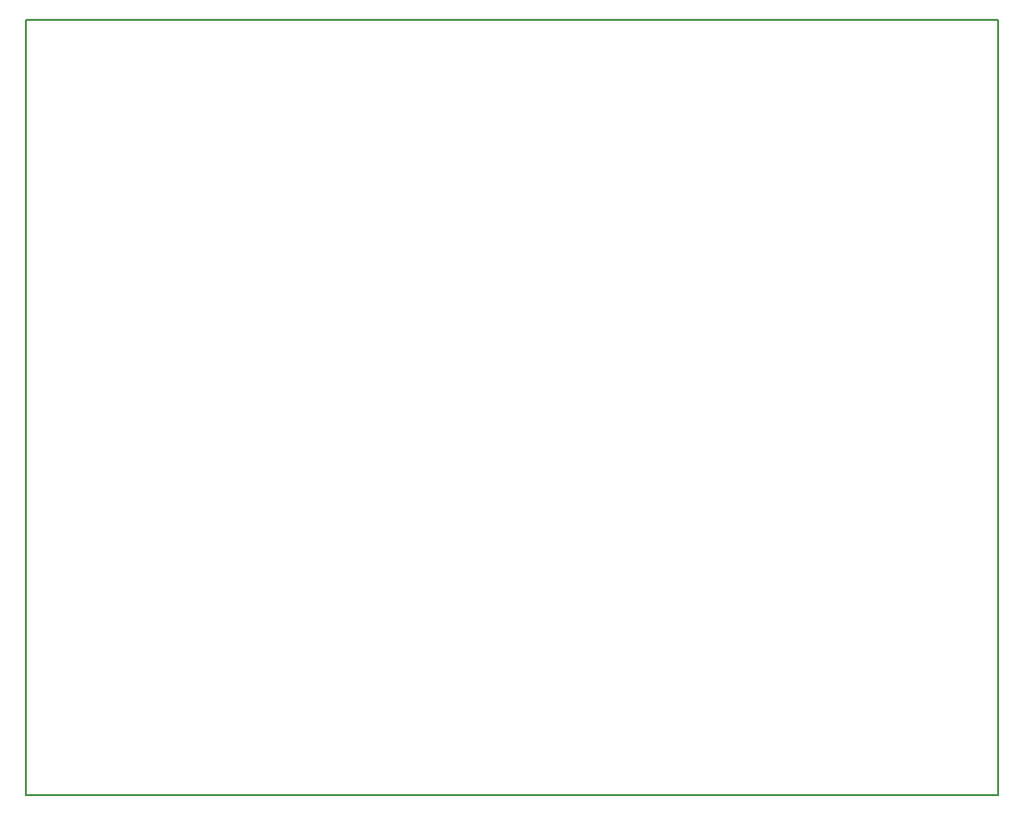
<source format=gbo>
G04 MADE WITH FRITZING*
G04 WWW.FRITZING.ORG*
G04 DOUBLE SIDED*
G04 HOLES PLATED*
G04 CONTOUR ON CENTER OF CONTOUR VECTOR*
%ASAXBY*%
%FSLAX23Y23*%
%MOIN*%
%OFA0B0*%
%SFA1.0B1.0*%
%ADD10R,3.263780X2.603740X3.247780X2.587740*%
%ADD11C,0.008000*%
%LNSILK0*%
G90*
G70*
G54D11*
X4Y2600D02*
X3260Y2600D01*
X3260Y4D01*
X4Y4D01*
X4Y2600D01*
D02*
G04 End of Silk0*
M02*
</source>
